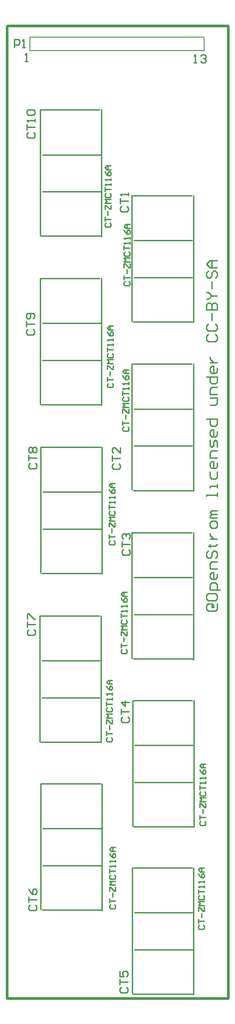
<source format=gto>
%FSLAX23Y23*%
%MOIN*%
G70*
G01*
G75*
G04 Layer_Color=65535*
%ADD10C,0.028*%
%ADD11C,0.157*%
%ADD12C,0.067*%
%ADD13R,0.071X0.071*%
%ADD14C,0.071*%
%ADD15C,0.050*%
%ADD16C,0.039*%
%ADD17C,0.020*%
%ADD18C,0.010*%
%ADD19C,0.008*%
D17*
X6880Y455D02*
Y7693D01*
X8531Y455D02*
Y7698D01*
X6880Y455D02*
X8531D01*
X6885Y7698D02*
X8531D01*
D18*
X7585Y6128D02*
Y7073D01*
X7128Y6136D02*
Y7073D01*
X7573D01*
X7136Y6132D02*
X7581D01*
X7144Y6463D02*
X7577D01*
X7144Y6738D02*
X7577D01*
X7589Y1108D02*
Y2053D01*
X7132Y1116D02*
Y2053D01*
X7577D01*
X7140Y1112D02*
X7585D01*
X7148Y1443D02*
X7581D01*
X7148Y1719D02*
X7581D01*
X8270Y5490D02*
Y6435D01*
X7813Y5498D02*
Y6435D01*
X8258D01*
X7821Y5494D02*
X8266D01*
X7829Y5825D02*
X8262D01*
X7829Y6100D02*
X8262D01*
X8270Y4234D02*
Y5179D01*
X7813Y4242D02*
Y5179D01*
X8258D01*
X7821Y4238D02*
X8266D01*
X7829Y4569D02*
X8262D01*
X7829Y4844D02*
X8262D01*
X7589Y3616D02*
Y4561D01*
X7132Y3624D02*
Y4561D01*
X7577D01*
X7140Y3620D02*
X7585D01*
X7148Y3951D02*
X7581D01*
X7148Y4226D02*
X7581D01*
X8270Y2978D02*
Y3923D01*
X7813Y2986D02*
Y3923D01*
X8258D01*
X7821Y2982D02*
X8266D01*
X7829Y3313D02*
X8262D01*
X7829Y3589D02*
X8262D01*
X8272Y484D02*
Y1428D01*
X7815Y491D02*
Y1428D01*
X8260D01*
X7823Y487D02*
X8268D01*
X7831Y818D02*
X8264D01*
X7831Y1094D02*
X8264D01*
X7581Y2360D02*
Y3305D01*
X7124Y2368D02*
Y3305D01*
X7569D01*
X7132Y2364D02*
X7577D01*
X7140Y2695D02*
X7573D01*
X7140Y2970D02*
X7573D01*
X7585Y4872D02*
Y5817D01*
X7128Y4880D02*
Y5817D01*
X7573D01*
X7136Y4876D02*
X7581D01*
X7144Y5207D02*
X7577D01*
X7144Y5482D02*
X7577D01*
X8274Y1730D02*
Y2675D01*
X7817Y1738D02*
Y2675D01*
X8262D01*
X7825Y1734D02*
X8270D01*
X7833Y2065D02*
X8266D01*
X7833Y2341D02*
X8266D01*
X6935Y7536D02*
Y7596D01*
X6965D01*
X6975Y7586D01*
Y7566D01*
X6965Y7556D01*
X6935D01*
X6995Y7536D02*
X7015D01*
X7005D01*
Y7596D01*
X6995Y7586D01*
X7038Y6904D02*
X7028Y6894D01*
Y6874D01*
X7038Y6864D01*
X7078D01*
X7088Y6874D01*
Y6894D01*
X7078Y6904D01*
X7028Y6924D02*
Y6964D01*
Y6944D01*
X7088D01*
Y6984D02*
Y7004D01*
Y6994D01*
X7028D01*
X7038Y6984D01*
Y7034D02*
X7028Y7044D01*
Y7064D01*
X7038Y7074D01*
X7078D01*
X7088Y7064D01*
Y7044D01*
X7078Y7034D01*
X7038D01*
X7036Y5437D02*
X7026Y5427D01*
Y5407D01*
X7036Y5397D01*
X7076D01*
X7086Y5407D01*
Y5427D01*
X7076Y5437D01*
X7026Y5457D02*
Y5497D01*
Y5477D01*
X7086D01*
X7076Y5517D02*
X7086Y5527D01*
Y5547D01*
X7076Y5557D01*
X7036D01*
X7026Y5547D01*
Y5527D01*
X7036Y5517D01*
X7046D01*
X7056Y5527D01*
Y5557D01*
X7051Y4440D02*
X7041Y4430D01*
Y4410D01*
X7051Y4400D01*
X7091D01*
X7101Y4410D01*
Y4430D01*
X7091Y4440D01*
X7041Y4460D02*
Y4500D01*
Y4480D01*
X7101D01*
X7051Y4520D02*
X7041Y4530D01*
Y4550D01*
X7051Y4560D01*
X7061D01*
X7071Y4550D01*
X7081Y4560D01*
X7091D01*
X7101Y4550D01*
Y4530D01*
X7091Y4520D01*
X7081D01*
X7071Y4530D01*
X7061Y4520D01*
X7051D01*
X7071Y4530D02*
Y4550D01*
X7043Y3200D02*
X7033Y3190D01*
Y3170D01*
X7043Y3160D01*
X7083D01*
X7093Y3170D01*
Y3190D01*
X7083Y3200D01*
X7033Y3220D02*
Y3260D01*
Y3240D01*
X7093D01*
X7033Y3280D02*
Y3320D01*
X7043D01*
X7083Y3280D01*
X7093D01*
X7050Y1151D02*
X7040Y1141D01*
Y1121D01*
X7050Y1111D01*
X7090D01*
X7100Y1121D01*
Y1141D01*
X7090Y1151D01*
X7040Y1171D02*
Y1211D01*
Y1191D01*
X7100D01*
X7040Y1271D02*
X7050Y1251D01*
X7070Y1231D01*
X7090D01*
X7100Y1241D01*
Y1261D01*
X7090Y1271D01*
X7080D01*
X7070Y1261D01*
Y1231D01*
X7730Y537D02*
X7720Y527D01*
Y507D01*
X7730Y497D01*
X7770D01*
X7780Y507D01*
Y527D01*
X7770Y537D01*
X7720Y557D02*
Y597D01*
Y577D01*
X7780D01*
X7720Y657D02*
Y617D01*
X7750D01*
X7740Y637D01*
Y647D01*
X7750Y657D01*
X7770D01*
X7780Y647D01*
Y627D01*
X7770Y617D01*
X7740Y2551D02*
X7730Y2541D01*
Y2521D01*
X7740Y2511D01*
X7780D01*
X7790Y2521D01*
Y2541D01*
X7780Y2551D01*
X7730Y2571D02*
Y2611D01*
Y2591D01*
X7790D01*
Y2661D02*
X7730D01*
X7760Y2631D01*
Y2671D01*
X7747Y3798D02*
X7737Y3788D01*
Y3768D01*
X7747Y3758D01*
X7787D01*
X7797Y3768D01*
Y3788D01*
X7787Y3798D01*
X7737Y3818D02*
Y3858D01*
Y3838D01*
X7797D01*
X7747Y3878D02*
X7737Y3888D01*
Y3908D01*
X7747Y3918D01*
X7757D01*
X7767Y3908D01*
Y3898D01*
Y3908D01*
X7777Y3918D01*
X7787D01*
X7797Y3908D01*
Y3888D01*
X7787Y3878D01*
X7674Y4438D02*
X7664Y4428D01*
Y4408D01*
X7674Y4398D01*
X7714D01*
X7724Y4408D01*
Y4428D01*
X7714Y4438D01*
X7664Y4458D02*
Y4498D01*
Y4478D01*
X7724D01*
Y4558D02*
Y4518D01*
X7684Y4558D01*
X7674D01*
X7664Y4548D01*
Y4528D01*
X7674Y4518D01*
X7736Y6352D02*
X7726Y6342D01*
Y6322D01*
X7736Y6312D01*
X7776D01*
X7786Y6322D01*
Y6342D01*
X7776Y6352D01*
X7726Y6372D02*
Y6412D01*
Y6392D01*
X7786D01*
Y6432D02*
Y6452D01*
Y6442D01*
X7726D01*
X7736Y6432D01*
X8421Y3379D02*
X8407D01*
Y3366D01*
X8421D01*
Y3379D01*
X8407Y3392D01*
X8381D01*
X8368Y3379D01*
Y3353D01*
X8381Y3340D01*
X8434D01*
X8447Y3353D01*
Y3392D01*
X8368Y3458D02*
Y3431D01*
X8381Y3418D01*
X8434D01*
X8447Y3431D01*
Y3458D01*
X8434Y3471D01*
X8381D01*
X8368Y3458D01*
X8473Y3497D02*
X8394D01*
Y3536D01*
X8407Y3549D01*
X8434D01*
X8447Y3536D01*
Y3497D01*
Y3615D02*
Y3589D01*
X8434Y3576D01*
X8407D01*
X8394Y3589D01*
Y3615D01*
X8407Y3628D01*
X8421D01*
Y3576D01*
X8447Y3654D02*
X8394D01*
Y3694D01*
X8407Y3707D01*
X8447D01*
X8381Y3786D02*
X8368Y3772D01*
Y3746D01*
X8381Y3733D01*
X8394D01*
X8407Y3746D01*
Y3772D01*
X8421Y3786D01*
X8434D01*
X8447Y3772D01*
Y3746D01*
X8434Y3733D01*
X8381Y3825D02*
X8394D01*
Y3812D01*
Y3838D01*
Y3825D01*
X8434D01*
X8447Y3838D01*
X8394Y3877D02*
X8447D01*
X8421D01*
X8407Y3891D01*
X8394Y3904D01*
Y3917D01*
X8447Y3969D02*
Y3996D01*
X8434Y4009D01*
X8407D01*
X8394Y3996D01*
Y3969D01*
X8407Y3956D01*
X8434D01*
X8447Y3969D01*
Y4035D02*
X8394D01*
Y4048D01*
X8407Y4061D01*
X8447D01*
X8407D01*
X8394Y4074D01*
X8407Y4087D01*
X8447D01*
Y4192D02*
Y4219D01*
Y4205D01*
X8368D01*
Y4192D01*
X8447Y4258D02*
Y4284D01*
Y4271D01*
X8394D01*
Y4258D01*
Y4376D02*
Y4337D01*
X8407Y4324D01*
X8434D01*
X8447Y4337D01*
Y4376D01*
Y4442D02*
Y4415D01*
X8434Y4402D01*
X8407D01*
X8394Y4415D01*
Y4442D01*
X8407Y4455D01*
X8421D01*
Y4402D01*
X8447Y4481D02*
X8394D01*
Y4520D01*
X8407Y4533D01*
X8447D01*
Y4560D02*
Y4599D01*
X8434Y4612D01*
X8421Y4599D01*
Y4573D01*
X8407Y4560D01*
X8394Y4573D01*
Y4612D01*
X8447Y4678D02*
Y4651D01*
X8434Y4638D01*
X8407D01*
X8394Y4651D01*
Y4678D01*
X8407Y4691D01*
X8421D01*
Y4638D01*
X8368Y4770D02*
X8447D01*
Y4730D01*
X8434Y4717D01*
X8407D01*
X8394Y4730D01*
Y4770D01*
Y4875D02*
X8434D01*
X8447Y4888D01*
Y4927D01*
X8394D01*
X8447Y4953D02*
X8394D01*
Y4993D01*
X8407Y5006D01*
X8447D01*
X8368Y5084D02*
X8447D01*
Y5045D01*
X8434Y5032D01*
X8407D01*
X8394Y5045D01*
Y5084D01*
X8447Y5150D02*
Y5124D01*
X8434Y5111D01*
X8407D01*
X8394Y5124D01*
Y5150D01*
X8407Y5163D01*
X8421D01*
Y5111D01*
X8394Y5189D02*
X8447D01*
X8421D01*
X8407Y5202D01*
X8394Y5216D01*
Y5229D01*
X8381Y5399D02*
X8368Y5386D01*
Y5360D01*
X8381Y5347D01*
X8434D01*
X8447Y5360D01*
Y5386D01*
X8434Y5399D01*
X8381Y5478D02*
X8368Y5465D01*
Y5439D01*
X8381Y5426D01*
X8434D01*
X8447Y5439D01*
Y5465D01*
X8434Y5478D01*
X8407Y5504D02*
Y5557D01*
X8368Y5583D02*
X8447D01*
Y5622D01*
X8434Y5635D01*
X8421D01*
X8407Y5622D01*
Y5583D01*
Y5622D01*
X8394Y5635D01*
X8381D01*
X8368Y5622D01*
Y5583D01*
Y5662D02*
X8381D01*
X8407Y5688D01*
X8381Y5714D01*
X8368D01*
X8407Y5688D02*
X8447D01*
X8407Y5740D02*
Y5793D01*
X8381Y5872D02*
X8368Y5858D01*
Y5832D01*
X8381Y5819D01*
X8394D01*
X8407Y5832D01*
Y5858D01*
X8421Y5872D01*
X8434D01*
X8447Y5858D01*
Y5832D01*
X8434Y5819D01*
X8447Y5898D02*
X8394D01*
X8368Y5924D01*
X8394Y5950D01*
X8447D01*
X8407D01*
Y5898D01*
X7618Y6229D02*
X7611Y6221D01*
Y6207D01*
X7618Y6199D01*
X7648D01*
X7655Y6207D01*
Y6221D01*
X7648Y6229D01*
X7611Y6243D02*
Y6273D01*
Y6258D01*
X7655D01*
X7633Y6288D02*
Y6317D01*
X7611Y6332D02*
Y6361D01*
X7618D01*
X7648Y6332D01*
X7655D01*
Y6361D01*
Y6376D02*
X7611D01*
X7626Y6391D01*
X7611Y6406D01*
X7655D01*
X7618Y6450D02*
X7611Y6442D01*
Y6428D01*
X7618Y6420D01*
X7648D01*
X7655Y6428D01*
Y6442D01*
X7648Y6450D01*
X7611Y6465D02*
Y6494D01*
Y6479D01*
X7655D01*
Y6509D02*
Y6524D01*
Y6516D01*
X7611D01*
X7618Y6509D01*
X7655Y6546D02*
Y6560D01*
Y6553D01*
X7611D01*
X7618Y6546D01*
X7611Y6612D02*
X7618Y6597D01*
X7633Y6583D01*
X7648D01*
X7655Y6590D01*
Y6605D01*
X7648Y6612D01*
X7640D01*
X7633Y6605D01*
Y6583D01*
X7655Y6627D02*
X7626D01*
X7611Y6642D01*
X7626Y6656D01*
X7655D01*
X7633D01*
Y6627D01*
X7652Y1152D02*
X7645Y1144D01*
Y1129D01*
X7652Y1122D01*
X7682D01*
X7689Y1129D01*
Y1144D01*
X7682Y1152D01*
X7645Y1166D02*
Y1196D01*
Y1181D01*
X7689D01*
X7667Y1211D02*
Y1240D01*
X7645Y1255D02*
Y1284D01*
X7652D01*
X7682Y1255D01*
X7689D01*
Y1284D01*
Y1299D02*
X7645D01*
X7659Y1314D01*
X7645Y1328D01*
X7689D01*
X7652Y1373D02*
X7645Y1365D01*
Y1351D01*
X7652Y1343D01*
X7682D01*
X7689Y1351D01*
Y1365D01*
X7682Y1373D01*
X7645Y1387D02*
Y1417D01*
Y1402D01*
X7689D01*
Y1432D02*
Y1446D01*
Y1439D01*
X7645D01*
X7652Y1432D01*
X7689Y1469D02*
Y1483D01*
Y1476D01*
X7645D01*
X7652Y1469D01*
X7645Y1535D02*
X7652Y1520D01*
X7667Y1505D01*
X7682D01*
X7689Y1513D01*
Y1528D01*
X7682Y1535D01*
X7674D01*
X7667Y1528D01*
Y1505D01*
X7689Y1550D02*
X7659D01*
X7645Y1564D01*
X7659Y1579D01*
X7689D01*
X7667D01*
Y1550D01*
X7760Y5793D02*
X7753Y5786D01*
Y5771D01*
X7760Y5764D01*
X7789D01*
X7797Y5771D01*
Y5786D01*
X7789Y5793D01*
X7753Y5808D02*
Y5837D01*
Y5823D01*
X7797D01*
X7775Y5852D02*
Y5882D01*
X7753Y5896D02*
Y5926D01*
X7760D01*
X7789Y5896D01*
X7797D01*
Y5926D01*
Y5941D02*
X7753D01*
X7767Y5955D01*
X7753Y5970D01*
X7797D01*
X7760Y6014D02*
X7753Y6007D01*
Y5992D01*
X7760Y5985D01*
X7789D01*
X7797Y5992D01*
Y6007D01*
X7789Y6014D01*
X7753Y6029D02*
Y6059D01*
Y6044D01*
X7797D01*
Y6073D02*
Y6088D01*
Y6081D01*
X7753D01*
X7760Y6073D01*
X7797Y6110D02*
Y6125D01*
Y6118D01*
X7753D01*
X7760Y6110D01*
X7753Y6177D02*
X7760Y6162D01*
X7775Y6147D01*
X7789D01*
X7797Y6154D01*
Y6169D01*
X7789Y6177D01*
X7782D01*
X7775Y6169D01*
Y6147D01*
X7797Y6191D02*
X7767D01*
X7753Y6206D01*
X7767Y6221D01*
X7797D01*
X7775D01*
Y6191D01*
X7751Y4711D02*
X7743Y4703D01*
Y4688D01*
X7751Y4681D01*
X7780D01*
X7787Y4688D01*
Y4703D01*
X7780Y4711D01*
X7743Y4725D02*
Y4755D01*
Y4740D01*
X7787D01*
X7765Y4770D02*
Y4799D01*
X7743Y4814D02*
Y4843D01*
X7751D01*
X7780Y4814D01*
X7787D01*
Y4843D01*
Y4858D02*
X7743D01*
X7758Y4873D01*
X7743Y4888D01*
X7787D01*
X7751Y4932D02*
X7743Y4924D01*
Y4910D01*
X7751Y4902D01*
X7780D01*
X7787Y4910D01*
Y4924D01*
X7780Y4932D01*
X7743Y4947D02*
Y4976D01*
Y4961D01*
X7787D01*
Y4991D02*
Y5006D01*
Y4998D01*
X7743D01*
X7751Y4991D01*
X7787Y5028D02*
Y5042D01*
Y5035D01*
X7743D01*
X7751Y5028D01*
X7743Y5094D02*
X7751Y5079D01*
X7765Y5064D01*
X7780D01*
X7787Y5072D01*
Y5087D01*
X7780Y5094D01*
X7773D01*
X7765Y5087D01*
Y5064D01*
X7787Y5109D02*
X7758D01*
X7743Y5123D01*
X7758Y5138D01*
X7787D01*
X7765D01*
Y5109D01*
X7648Y3863D02*
X7641Y3856D01*
Y3841D01*
X7648Y3834D01*
X7678D01*
X7685Y3841D01*
Y3856D01*
X7678Y3863D01*
X7641Y3878D02*
Y3907D01*
Y3893D01*
X7685D01*
X7663Y3922D02*
Y3952D01*
X7641Y3966D02*
Y3996D01*
X7648D01*
X7678Y3966D01*
X7685D01*
Y3996D01*
Y4011D02*
X7641D01*
X7656Y4025D01*
X7641Y4040D01*
X7685D01*
X7648Y4084D02*
X7641Y4077D01*
Y4062D01*
X7648Y4055D01*
X7678D01*
X7685Y4062D01*
Y4077D01*
X7678Y4084D01*
X7641Y4099D02*
Y4129D01*
Y4114D01*
X7685D01*
Y4143D02*
Y4158D01*
Y4151D01*
X7641D01*
X7648Y4143D01*
X7685Y4180D02*
Y4195D01*
Y4188D01*
X7641D01*
X7648Y4180D01*
X7641Y4247D02*
X7648Y4232D01*
X7663Y4217D01*
X7678D01*
X7685Y4224D01*
Y4239D01*
X7678Y4247D01*
X7670D01*
X7663Y4239D01*
Y4217D01*
X7685Y4261D02*
X7656D01*
X7641Y4276D01*
X7656Y4291D01*
X7685D01*
X7663D01*
Y4261D01*
X7739Y3053D02*
X7731Y3046D01*
Y3031D01*
X7739Y3024D01*
X7768D01*
X7776Y3031D01*
Y3046D01*
X7768Y3053D01*
X7731Y3068D02*
Y3097D01*
Y3083D01*
X7776D01*
X7753Y3112D02*
Y3142D01*
X7731Y3156D02*
Y3186D01*
X7739D01*
X7768Y3156D01*
X7776D01*
Y3186D01*
Y3201D02*
X7731D01*
X7746Y3215D01*
X7731Y3230D01*
X7776D01*
X7739Y3274D02*
X7731Y3267D01*
Y3252D01*
X7739Y3245D01*
X7768D01*
X7776Y3252D01*
Y3267D01*
X7768Y3274D01*
X7731Y3289D02*
Y3319D01*
Y3304D01*
X7776D01*
Y3333D02*
Y3348D01*
Y3341D01*
X7731D01*
X7739Y3333D01*
X7776Y3370D02*
Y3385D01*
Y3378D01*
X7731D01*
X7739Y3370D01*
X7731Y3437D02*
X7739Y3422D01*
X7753Y3407D01*
X7768D01*
X7776Y3414D01*
Y3429D01*
X7768Y3437D01*
X7761D01*
X7753Y3429D01*
Y3407D01*
X7776Y3451D02*
X7746D01*
X7731Y3466D01*
X7746Y3481D01*
X7776D01*
X7753D01*
Y3451D01*
X8315Y999D02*
X8308Y992D01*
Y977D01*
X8315Y970D01*
X8344D01*
X8352Y977D01*
Y992D01*
X8344Y999D01*
X8308Y1014D02*
Y1044D01*
Y1029D01*
X8352D01*
X8330Y1058D02*
Y1088D01*
X8308Y1102D02*
Y1132D01*
X8315D01*
X8344Y1102D01*
X8352D01*
Y1132D01*
Y1147D02*
X8308D01*
X8322Y1161D01*
X8308Y1176D01*
X8352D01*
X8315Y1220D02*
X8308Y1213D01*
Y1198D01*
X8315Y1191D01*
X8344D01*
X8352Y1198D01*
Y1213D01*
X8344Y1220D01*
X8308Y1235D02*
Y1265D01*
Y1250D01*
X8352D01*
Y1279D02*
Y1294D01*
Y1287D01*
X8308D01*
X8315Y1279D01*
X8352Y1316D02*
Y1331D01*
Y1324D01*
X8308D01*
X8315Y1316D01*
X8308Y1383D02*
X8315Y1368D01*
X8330Y1353D01*
X8344D01*
X8352Y1361D01*
Y1375D01*
X8344Y1383D01*
X8337D01*
X8330Y1375D01*
Y1353D01*
X8352Y1397D02*
X8322D01*
X8308Y1412D01*
X8322Y1427D01*
X8352D01*
X8330D01*
Y1397D01*
X7629Y2398D02*
X7622Y2390D01*
Y2376D01*
X7629Y2368D01*
X7659D01*
X7666Y2376D01*
Y2390D01*
X7659Y2398D01*
X7622Y2412D02*
Y2442D01*
Y2427D01*
X7666D01*
X7644Y2457D02*
Y2486D01*
X7622Y2501D02*
Y2530D01*
X7629D01*
X7659Y2501D01*
X7666D01*
Y2530D01*
Y2545D02*
X7622D01*
X7637Y2560D01*
X7622Y2575D01*
X7666D01*
X7629Y2619D02*
X7622Y2611D01*
Y2597D01*
X7629Y2589D01*
X7659D01*
X7666Y2597D01*
Y2611D01*
X7659Y2619D01*
X7622Y2634D02*
Y2663D01*
Y2648D01*
X7666D01*
Y2678D02*
Y2693D01*
Y2685D01*
X7622D01*
X7629Y2678D01*
X7666Y2715D02*
Y2729D01*
Y2722D01*
X7622D01*
X7629Y2715D01*
X7622Y2781D02*
X7629Y2766D01*
X7644Y2752D01*
X7659D01*
X7666Y2759D01*
Y2774D01*
X7659Y2781D01*
X7651D01*
X7644Y2774D01*
Y2752D01*
X7666Y2796D02*
X7637D01*
X7622Y2811D01*
X7637Y2825D01*
X7666D01*
X7644D01*
Y2796D01*
X7634Y5035D02*
X7627Y5028D01*
Y5013D01*
X7634Y5006D01*
X7664D01*
X7671Y5013D01*
Y5028D01*
X7664Y5035D01*
X7627Y5050D02*
Y5080D01*
Y5065D01*
X7671D01*
X7649Y5094D02*
Y5124D01*
X7627Y5139D02*
Y5168D01*
X7634D01*
X7664Y5139D01*
X7671D01*
Y5168D01*
Y5183D02*
X7627D01*
X7642Y5198D01*
X7627Y5212D01*
X7671D01*
X7634Y5257D02*
X7627Y5249D01*
Y5234D01*
X7634Y5227D01*
X7664D01*
X7671Y5234D01*
Y5249D01*
X7664Y5257D01*
X7627Y5271D02*
Y5301D01*
Y5286D01*
X7671D01*
Y5316D02*
Y5330D01*
Y5323D01*
X7627D01*
X7634Y5316D01*
X7671Y5352D02*
Y5367D01*
Y5360D01*
X7627D01*
X7634Y5352D01*
X7627Y5419D02*
X7634Y5404D01*
X7649Y5389D01*
X7664D01*
X7671Y5397D01*
Y5411D01*
X7664Y5419D01*
X7657D01*
X7649Y5411D01*
Y5389D01*
X7671Y5434D02*
X7642D01*
X7627Y5448D01*
X7642Y5463D01*
X7671D01*
X7649D01*
Y5434D01*
X8325Y1774D02*
X8318Y1766D01*
Y1751D01*
X8325Y1744D01*
X8355D01*
X8362Y1751D01*
Y1766D01*
X8355Y1774D01*
X8318Y1788D02*
Y1818D01*
Y1803D01*
X8362D01*
X8340Y1833D02*
Y1862D01*
X8318Y1877D02*
Y1906D01*
X8325D01*
X8355Y1877D01*
X8362D01*
Y1906D01*
Y1921D02*
X8318D01*
X8333Y1936D01*
X8318Y1951D01*
X8362D01*
X8325Y1995D02*
X8318Y1987D01*
Y1973D01*
X8325Y1965D01*
X8355D01*
X8362Y1973D01*
Y1987D01*
X8355Y1995D01*
X8318Y2010D02*
Y2039D01*
Y2024D01*
X8362D01*
Y2054D02*
Y2069D01*
Y2061D01*
X8318D01*
X8325Y2054D01*
X8362Y2091D02*
Y2105D01*
Y2098D01*
X8318D01*
X8325Y2091D01*
X8318Y2157D02*
X8325Y2142D01*
X8340Y2127D01*
X8355D01*
X8362Y2135D01*
Y2150D01*
X8355Y2157D01*
X8347D01*
X8340Y2150D01*
Y2127D01*
X8362Y2172D02*
X8333D01*
X8318Y2186D01*
X8333Y2201D01*
X8362D01*
X8340D01*
Y2172D01*
X7016Y7433D02*
X7036D01*
X7026D01*
Y7493D01*
X7016Y7483D01*
X8275Y7422D02*
X8295D01*
X8285D01*
Y7482D01*
X8275Y7472D01*
X8325D02*
X8335Y7482D01*
X8355D01*
X8365Y7472D01*
Y7462D01*
X8355Y7452D01*
X8345D01*
X8355D01*
X8365Y7442D01*
Y7432D01*
X8355Y7422D01*
X8335D01*
X8325Y7432D01*
D19*
X7051Y7512D02*
Y7612D01*
X8351D01*
Y7512D02*
Y7612D01*
X8276Y7512D02*
X8351D01*
X7051D02*
X8276D01*
X6880Y7693D02*
X6885Y7698D01*
M02*

</source>
